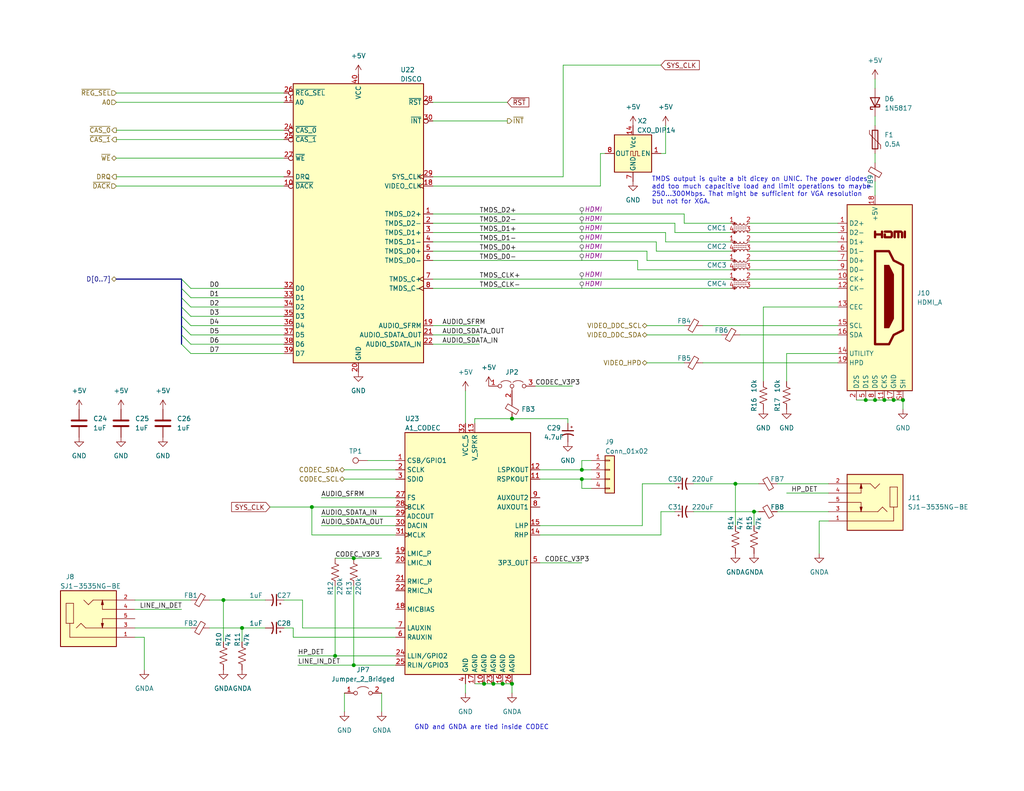
<source format=kicad_sch>
(kicad_sch (version 20231120) (generator "eeschema") (generator_version "8.0")
  (paper "A")
  (title_block (title "Anachron uATX Graphics and Audio") (date "2024-02-07") (company "Modular Circuits"))
  (lib_symbols
    (symbol "Connector:HDMI_A"
      (property "Reference" "J" (at -6.35 26.67 0))
      (property "Value" "HDMI_A" (at 10.16 26.67 0))
      (symbol "HDMI_A_1_1"
        (pin passive line (at -10.16 20.32 0) (length 2.54) (name "D2+") (number "1"))
        (pin passive line (at -10.16 5.08 0) (length 2.54) (name "CK+") (number "10"))
        (pin power_in line (at 2.54 -27.94 90) (length 2.54) (name "CKS") (number "11"))
        (pin passive line (at -10.16 2.54 0) (length 2.54) (name "CK-") (number "12"))
        (pin bidirectional line (at -10.16 -2.54 0) (length 2.54) (name "CEC") (number "13"))
        (pin passive line (at -10.16 -15.24 0) (length 2.54) (name "UTILITY") (number "14"))
        (pin passive line (at -10.16 -7.62 0) (length 2.54) (name "SCL") (number "15"))
        (pin bidirectional line (at -10.16 -10.16 0) (length 2.54) (name "SDA") (number "16"))
        (pin power_in line (at 5.08 -27.94 90) (length 2.54) (name "GND") (number "17"))
        (pin power_in line (at 0 27.94 270) (length 2.54) (name "+5V") (number "18"))
        (pin passive line (at -10.16 -17.78 0) (length 2.54) (name "HPD") (number "19"))
        (pin power_in line (at -5.08 -27.94 90) (length 2.54) (name "D2S") (number "2"))
        (pin passive line (at -10.16 17.78 0) (length 2.54) (name "D2-") (number "3"))
        (pin passive line (at -10.16 15.24 0) (length 2.54) (name "D1+") (number "4"))
        (pin power_in line (at -2.54 -27.94 90) (length 2.54) (name "D1S") (number "5"))
        (pin passive line (at -10.16 12.7 0) (length 2.54) (name "D1-") (number "6"))
        (pin passive line (at -10.16 10.16 0) (length 2.54) (name "D0+") (number "7"))
        (pin power_in line (at 0 -27.94 90) (length 2.54) (name "D0S") (number "8"))
        (pin passive line (at -10.16 7.62 0) (length 2.54) (name "D0-") (number "9"))
        (pin passive line (at 7.62 -27.94 90) (length 2.54) (name "SH") (number "SH"))
      )
    )
    (symbol "Connector:TestPoint" (pin_numbers hide) (pin_names (offset 0.762) hide)
      (property "Reference" "TP" (at 0 6.858 0))
      (property "Value" "TestPoint" (at 0 5.08 0))
      (symbol "TestPoint_1_1"
        (pin passive line (at 0 0 90) (length 2.54) (name "1") (number "1"))
      )
    )
    (symbol "Connector_Generic:Conn_01x04" (pin_names (offset 1.016) hide)
      (property "Reference" "J" (at 0 5.08 0))
      (property "Value" "Conn_01x04" (at 0 -7.62 0))
      (symbol "Conn_01x04_1_1"
        (pin passive line (at -5.08 2.54 0) (length 3.81) (name "Pin_1") (number "1"))
        (pin passive line (at -5.08 0 0) (length 3.81) (name "Pin_2") (number "2"))
        (pin passive line (at -5.08 -2.54 0) (length 3.81) (name "Pin_3") (number "3"))
        (pin passive line (at -5.08 -5.08 0) (length 3.81) (name "Pin_4") (number "4"))
      )
    )
    (symbol "Device:C" (pin_numbers hide) (pin_names (offset 0.254))
      (property "Reference" "C" (at 0.635 2.54 0))
      (property "Value" "C" (at 0.635 -2.54 0))
      (symbol "C_1_1"
        (pin passive line (at 0 3.81 270) (length 2.794) (name "~") (number "1"))
        (pin passive line (at 0 -3.81 90) (length 2.794) (name "~") (number "2"))
      )
    )
    (symbol "Device:C_Polarized_Small_US" (pin_numbers hide) (pin_names (offset 0.254) hide)
      (property "Reference" "C" (at 0.254 1.778 0))
      (property "Value" "C_Polarized_Small_US" (at 0.254 -2.032 0))
      (symbol "C_Polarized_Small_US_1_1"
        (pin passive line (at 0 2.54 270) (length 2.032) (name "~") (number "1"))
        (pin passive line (at 0 -2.54 90) (length 2.032) (name "~") (number "2"))
      )
    )
    (symbol "Device:FerriteBead_Small" (pin_numbers hide) (pin_names (offset 0))
      (property "Reference" "FB" (at 1.905 1.27 0))
      (property "Value" "FerriteBead_Small" (at 1.905 -1.27 0))
      (symbol "FerriteBead_Small_1_1"
        (pin passive line (at 0 2.54 270) (length 1.27) (name "~") (number "1"))
        (pin passive line (at 0 -2.54 90) (length 1.27) (name "~") (number "2"))
      )
    )
    (symbol "Device:L_Ferrite_Coupled_Small_1243" (pin_names (offset 0.254) hide)
      (property "Reference" "L" (at 0 3.175 0))
      (property "Value" "L_Ferrite_Coupled_Small_1243" (at 0 -3.175 0))
      (symbol "L_Ferrite_Coupled_Small_1243_1_1"
        (pin passive line (at -2.54 1.27 0) (length 0.508) (name "1") (number "1"))
        (pin passive line (at 2.54 1.27 180) (length 0.508) (name "2") (number "2"))
        (pin passive line (at 2.54 -1.27 180) (length 0.508) (name "3") (number "3"))
        (pin passive line (at -2.54 -1.27 0) (length 0.508) (name "4") (number "4"))
      )
    )
    (symbol "Device:Polyfuse" (pin_numbers hide) (pin_names (offset 0))
      (property "Reference" "F" (at -2.54 0 90))
      (property "Value" "Polyfuse" (at 2.54 0 90))
      (symbol "Polyfuse_1_1"
        (pin passive line (at 0 3.81 270) (length 1.27) (name "~") (number "1"))
        (pin passive line (at 0 -3.81 90) (length 1.27) (name "~") (number "2"))
      )
    )
    (symbol "Device:R_US" (pin_numbers hide) (pin_names (offset 0))
      (property "Reference" "R" (at 2.54 0 90))
      (property "Value" "R_US" (at -2.54 0 90))
      (symbol "R_US_1_1"
        (pin passive line (at 0 3.81 270) (length 1.27) (name "~") (number "1"))
        (pin passive line (at 0 -3.81 90) (length 1.27) (name "~") (number "2"))
      )
    )
    (symbol "Diode:1N5817" (pin_numbers hide) (pin_names (offset 1.016) hide)
      (property "Reference" "D" (at 0 2.54 0))
      (property "Value" "1N5817" (at 0 -2.54 0))
      (symbol "1N5817_1_1"
        (pin passive line (at -3.81 0 0) (length 2.54) (name "K") (number "1"))
        (pin passive line (at 3.81 0 180) (length 2.54) (name "A") (number "2"))
      )
    )
    (symbol "Jumper:Jumper_2_Open" (pin_names (offset 0) hide)
      (property "Reference" "JP" (at 0 2.794 0))
      (property "Value" "Jumper_2_Open" (at 0 -2.286 0))
      (symbol "Jumper_2_Open_1_1"
        (pin passive line (at -5.08 0 0) (length 2.54) (name "A") (number "1"))
        (pin passive line (at 5.08 0 180) (length 2.54) (name "B") (number "2"))
      )
    )
    (symbol "Jumper:Jumper_3_Open" (pin_names (offset 0) hide)
      (property "Reference" "JP" (at -2.54 -2.54 0))
      (property "Value" "Jumper_3_Open" (at 0 2.794 0))
      (symbol "Jumper_3_Open_1_1"
        (pin passive line (at -6.35 0 0) (length 2.54) (name "A") (number "1"))
        (pin passive line (at 0 -3.81 90) (length 2.54) (name "C") (number "2"))
        (pin passive line (at 6.35 0 180) (length 2.54) (name "B") (number "3"))
      )
    )
    (symbol "Oscillator:CXO_DIP14" (pin_names (offset 0.254))
      (property "Reference" "X" (at -5.08 6.35 0))
      (property "Value" "CXO_DIP14" (at 1.27 -6.35 0))
      (symbol "CXO_DIP14_1_1"
        (pin input line (at -7.62 0 0) (length 2.54) (name "EN") (number "1"))
        (pin power_in line (at 0 7.62 270) (length 2.54) (name "Vcc") (number "14"))
        (pin power_in line (at 0 -7.62 90) (length 2.54) (name "GND") (number "7"))
        (pin output line (at 7.62 0 180) (length 2.54) (name "OUT") (number "8"))
      )
    )
    (symbol "anachron:A1_CODEC"
      (property "Reference" "U" (at 1.27 36.83 0))
      (property "Value" "A1_CODEC" (at 5.08 34.29 0))
      (symbol "A1_CODEC_0_0"
        (pin power_in line (at 21.59 -35.56 90) (length 2.54) (name "AGND") (number "10"))
        (pin output line (at 36.83 20.32 180) (length 2.54) (name "RSPKOUT") (number "11"))
        (pin output line (at 36.83 22.86 180) (length 2.54) (name "LSPKOUT") (number "12"))
        (pin power_in line (at 19.05 35.56 270) (length 2.54) (name "V_SPKR") (number "13"))
        (pin output line (at 36.83 5.08 180) (length 2.54) (name "RHP") (number "14"))
        (pin output line (at 36.83 7.62 180) (length 2.54) (name "LHP") (number "15"))
        (pin power_in line (at 19.05 -35.56 90) (length 2.54) (name "AGND") (number "17"))
        (pin output line (at -2.54 -15.24 0) (length 2.54) (name "MICBIAS") (number "18"))
        (pin input line (at -2.54 0 0) (length 2.54) (name "LMIC_P") (number "19"))
        (pin bidirectional line (at -2.54 22.86 0) (length 2.54) (name "SCLK") (number "2"))
        (pin input line (at -2.54 -2.54 0) (length 2.54) (name "LMIC_N") (number "20"))
        (pin input line (at -2.54 -7.62 0) (length 2.54) (name "RMIC_P") (number "21"))
        (pin input line (at -2.54 -10.16 0) (length 2.54) (name "RMIC_N") (number "22"))
        (pin power_in line (at 24.13 -35.56 90) (length 2.54) (name "AGND") (number "23"))
        (pin bidirectional line (at -2.54 -27.94 0) (length 2.54) (name "LLIN/GPIO2") (number "24"))
        (pin bidirectional line (at -2.54 -30.48 0) (length 2.54) (name "RLIN/GPIO3") (number "25"))
        (pin bidirectional line (at -2.54 15.24 0) (length 2.54) (name "FS") (number "27"))
        (pin output line (at -2.54 10.16 0) (length 2.54) (name "ADCOUT") (number "29"))
        (pin bidirectional line (at -2.54 20.32 0) (length 2.54) (name "SDIO") (number "3"))
        (pin input line (at -2.54 7.62 0) (length 2.54) (name "DACIN") (number "30"))
        (pin power_in line (at 16.51 35.56 270) (length 2.54) (name "VCC_5") (number "32"))
        (pin power_in line (at 16.51 -35.56 90) (length 2.54) (name "GND") (number "4"))
        (pin power_out line (at 36.83 -2.54 180) (length 2.54) (name "3P3_OUT") (number "5"))
        (pin tri_state line (at -2.54 -22.86 0) (length 2.54) (name "RAUXIN") (number "6"))
        (pin input line (at -2.54 -20.32 0) (length 2.54) (name "LAUXIN") (number "7"))
        (pin output line (at 36.83 12.7 180) (length 2.54) (name "AUXOUT1") (number "8"))
        (pin output line (at 36.83 15.24 180) (length 2.54) (name "AUXOUT2") (number "9"))
      )
      (symbol "A1_CODEC_1_0"
        (pin bidirectional line (at -2.54 25.4 0) (length 2.54) (name "CSB/GPIO1") (number "1"))
        (pin power_in line (at 26.67 -35.56 90) (length 2.54) (name "AGND") (number "16"))
        (pin power_in line (at 29.21 -35.56 90) (length 2.54) (name "AGND") (number "26"))
        (pin bidirectional clock (at -2.54 12.7 0) (length 2.54) (name "BCLK") (number "28"))
        (pin input clock (at -2.54 5.08 0) (length 2.54) (name "MCLK") (number "31"))
      )
    )
    (symbol "anachron:SJ1-3535NG-BE" (pin_names (offset 1.016))
      (property "Reference" "J" (at -7.6326 8.1414 0))
      (property "Value" "SJ1-3535NG-BE" (at -7.6323 -10.4308 0))
      (symbol "SJ1-3535NG-BE_0_0"
        (pin passive line (at 12.7 5.08 180) (length 5.08) (name "~") (number "1"))
        (pin passive line (at 12.7 -5.08 180) (length 5.08) (name "~") (number "2"))
        (pin passive line (at 12.7 2.54 180) (length 5.08) (name "~") (number "3"))
        (pin passive line (at 12.7 -2.54 180) (length 5.08) (name "~") (number "4"))
        (pin passive line (at 12.7 0 180) (length 5.08) (name "~") (number "5"))
      )
    )
    (symbol "anachron:disco_le"
      (property "Reference" "U" (at 16.764 36.576 0))
      (property "Value" "DISCO LE" (at -17.78 35.56 0))
      (symbol "disco_le_0_0"
        (pin output line (at 20.32 0 180) (length 2.54) (name "TMDS_D2+") (number "1"))
        (pin output line (at 20.32 -2.54 180) (length 2.54) (name "TMDS_D2-") (number "2"))
        (pin power_in line (at 0 -43.18 90) (length 2.54) (name "GND") (number "20"))
        (pin input line (at 20.32 -35.56 180) (length 2.54) (name "AUDIO_SDATA_IN") (number "22"))
        (pin output line (at 20.32 -5.08 180) (length 2.54) (name "TMDS_D1+") (number "3"))
        (pin open_collector inverted (at 20.32 25.4 180) (length 2.54) (name "~{INT}") (number "30"))
        (pin bidirectional line (at -20.32 -20.32 0) (length 2.54) (name "D0") (number "32"))
        (pin bidirectional line (at -20.32 -22.86 0) (length 2.54) (name "D1") (number "33"))
        (pin bidirectional line (at -20.32 -25.4 0) (length 2.54) (name "D2") (number "34"))
        (pin bidirectional line (at -20.32 -27.94 0) (length 2.54) (name "D3") (number "35"))
        (pin bidirectional line (at -20.32 -30.48 0) (length 2.54) (name "D4") (number "36"))
        (pin bidirectional line (at -20.32 -33.02 0) (length 2.54) (name "D5") (number "37"))
        (pin bidirectional line (at -20.32 -35.56 0) (length 2.54) (name "D6") (number "38"))
        (pin bidirectional line (at -20.32 -38.1 0) (length 2.54) (name "D7") (number "39"))
        (pin output line (at 20.32 -7.62 180) (length 2.54) (name "TMDS_D1-") (number "4"))
        (pin power_in line (at 0 38.1 270) (length 2.54) (name "VCC") (number "40"))
        (pin output line (at 20.32 -10.16 180) (length 2.54) (name "TMDS_D0+") (number "5"))
        (pin output line (at 20.32 -12.7 180) (length 2.54) (name "TMDS_D0-") (number "6"))
      )
      (symbol "disco_le_1_0"
        (pin input inverted (at -20.32 7.62 0) (length 2.54) (name "~{DACK}") (number "10"))
        (pin output line (at -20.32 30.48 0) (length 2.54) (name "A0") (number "11"))
        (pin input clock (at 20.32 7.62 180) (length 2.54) (name "VIDEO_CLK") (number "18"))
        (pin output line (at 20.32 -30.48 180) (length 2.54) (name "AUDIO_SFRM") (number "19"))
        (pin power_in line (at 20.32 -33.02 180) (length 2.54) (name "AUDIO_SDATA_OUT") (number "21"))
        (pin input inverted (at -20.32 22.86 0) (length 2.54) (name "~{CAS_0}") (number "24"))
        (pin output inverted (at -20.32 20.32 0) (length 2.54) (name "~{CAS_1}") (number "25"))
        (pin input inverted (at -20.32 33.02 0) (length 2.54) (name "~{REG_SEL}") (number "26"))
        (pin bidirectional inverted (at -20.32 15.24 0) (length 2.54) (name "~{WE}") (number "27"))
        (pin input inverted (at 20.32 30.48 180) (length 2.54) (name "~{RST}") (number "28"))
        (pin input clock (at 20.32 10.16 180) (length 2.54) (name "SYS_CLK") (number "29"))
        (pin output clock (at 20.32 -17.78 180) (length 2.54) (name "TMDS_C+") (number "7"))
        (pin output clock (at 20.32 -20.32 180) (length 2.54) (name "TMDS_C-") (number "8"))
        (pin output line (at -20.32 10.16 0) (length 2.54) (name "DRQ") (number "9"))
      )
    )
    (symbol "power:+5V" (power) (pin_names (offset 0))
      (property "Value" "+5V" (at 0 3.556 0))
      (symbol "+5V_1_1"
        (pin power_in line (at 0 0 90) (length 0) hide (name "+5V") (number "1"))
      )
    )
    (symbol "power:GND" (power) (pin_names (offset 0))
      (property "Value" "GND" (at 0 -3.81 0))
      (symbol "GND_1_1"
        (pin power_in line (at 0 0 270) (length 0) hide (name "GND") (number "1"))
      )
    )
    (symbol "power:GNDA" (power) (pin_names (offset 0))
      (property "Value" "GNDA" (at 0 -3.81 0))
      (symbol "GNDA_1_1"
        (pin power_in line (at 0 0 270) (length 0) hide (name "GNDA") (number "1"))
      )
    )
  )
  (junction (at 246.38 109.22))
  (junction (at 96.52 181.61))
  (junction (at 96.52 152.4))
  (junction (at 139.7 186.69))
  (junction (at 66.04 171.45))
  (junction (at 158.75 130.81))
  (junction (at 91.44 179.07))
  (junction (at 132.08 186.69))
  (junction (at 200.66 132.08))
  (junction (at 241.3 109.22))
  (junction (at 158.75 128.27))
  (junction (at 139.7 114.3))
  (junction (at 60.96 163.83))
  (junction (at 205.74 139.7))
  (junction (at 85.09 138.43))
  (junction (at 236.22 109.22))
  (junction (at 243.84 109.22))
  (junction (at 134.62 186.69))
  (junction (at 238.76 109.22))
  (junction (at 137.16 186.69))
  (bus_entry (at 52.07 86.36) (size -2.54 -2.54))
  (bus_entry (at 52.07 88.9) (size -2.54 -2.54))
  (bus_entry (at 52.07 78.74) (size -2.54 -2.54))
  (bus_entry (at 52.07 81.28) (size -2.54 -2.54))
  (bus_entry (at 52.07 91.44) (size -2.54 -2.54))
  (bus_entry (at 52.07 96.52) (size -2.54 -2.54))
  (bus_entry (at 52.07 83.82) (size -2.54 -2.54))
  (bus_entry (at 52.07 93.98) (size -2.54 -2.54))
  (wire (pts (xy 93.98 189.23) (xy 93.98 194.31)))
  (wire (pts (xy 52.07 93.98) (xy 77.47 93.98)))
  (wire (pts (xy 91.44 179.07) (xy 107.95 179.07)))
  (wire (pts (xy 60.96 175.26) (xy 60.96 163.83)))
  (wire (pts (xy 52.07 163.83) (xy 36.83 163.83)))
  (wire (pts (xy 236.22 109.22) (xy 238.76 109.22)))
  (wire (pts (xy 129.54 114.3) (xy 139.7 114.3)))
  (wire (pts (xy 226.06 142.24) (xy 223.52 142.24)))
  (wire (pts (xy 181.61 66.04) (xy 199.39 66.04)))
  (wire (pts (xy 139.7 114.3) (xy 154.94 114.3)))
  (wire (pts (xy 77.47 171.45) (xy 80.01 171.45)))
  (wire (pts (xy 85.09 146.05) (xy 85.09 138.43)))
  (wire (pts (xy 200.66 143.51) (xy 200.66 132.08)))
  (wire (pts (xy 96.52 160.02) (xy 96.52 181.61)))
  (wire (pts (xy 87.63 140.97) (xy 107.95 140.97)))
  (bus (pts (xy 49.53 91.44) (xy 49.53 88.9)))
  (wire (pts (xy 205.74 139.7) (xy 205.74 143.51)))
  (wire (pts (xy 158.75 130.81) (xy 158.75 133.35)))
  (wire (pts (xy 154.94 114.3) (xy 154.94 115.57)))
  (wire (pts (xy 118.11 76.2) (xy 199.39 76.2)))
  (wire (pts (xy 91.44 152.4) (xy 96.52 152.4)))
  (wire (pts (xy 31.75 35.56) (xy 77.47 35.56)))
  (wire (pts (xy 161.29 128.27) (xy 158.75 128.27)))
  (wire (pts (xy 238.76 49.53) (xy 238.76 53.34)))
  (wire (pts (xy 147.32 153.67) (xy 158.75 153.67)))
  (wire (pts (xy 96.52 152.4) (xy 104.14 152.4)))
  (wire (pts (xy 118.11 91.44) (xy 130.81 91.44)))
  (wire (pts (xy 127 106.68) (xy 127 115.57)))
  (wire (pts (xy 52.07 81.28) (xy 77.47 81.28)))
  (wire (pts (xy 238.76 109.22) (xy 241.3 109.22)))
  (wire (pts (xy 85.09 146.05) (xy 107.95 146.05)))
  (wire (pts (xy 52.07 96.52) (xy 77.47 96.52)))
  (wire (pts (xy 118.11 60.96) (xy 184.15 60.96)))
  (wire (pts (xy 186.69 60.96) (xy 199.39 60.96)))
  (wire (pts (xy 176.53 91.44) (xy 196.85 91.44)))
  (wire (pts (xy 179.07 68.58) (xy 199.39 68.58)))
  (wire (pts (xy 52.07 83.82) (xy 77.47 83.82)))
  (wire (pts (xy 161.29 130.81) (xy 158.75 130.81)))
  (wire (pts (xy 158.75 128.27) (xy 147.32 128.27)))
  (bus (pts (xy 49.53 83.82) (xy 49.53 81.28)))
  (wire (pts (xy 226.06 139.7) (xy 212.09 139.7)))
  (wire (pts (xy 91.44 160.02) (xy 91.44 179.07)))
  (wire (pts (xy 81.28 181.61) (xy 96.52 181.61)))
  (wire (pts (xy 238.76 41.91) (xy 238.76 44.45)))
  (wire (pts (xy 184.15 63.5) (xy 199.39 63.5)))
  (wire (pts (xy 127 186.69) (xy 127 189.23)))
  (wire (pts (xy 66.04 171.45) (xy 72.39 171.45)))
  (wire (pts (xy 60.96 163.83) (xy 57.15 163.83)))
  (wire (pts (xy 87.63 143.51) (xy 107.95 143.51)))
  (wire (pts (xy 80.01 173.99) (xy 107.95 173.99)))
  (wire (pts (xy 36.83 171.45) (xy 52.07 171.45)))
  (wire (pts (xy 180.34 139.7) (xy 180.34 146.05)))
  (wire (pts (xy 118.11 63.5) (xy 181.61 63.5)))
  (wire (pts (xy 118.11 27.94) (xy 138.43 27.94)))
  (wire (pts (xy 181.61 66.04) (xy 181.61 63.5)))
  (wire (pts (xy 137.16 186.69) (xy 139.7 186.69)))
  (wire (pts (xy 243.84 109.22) (xy 246.38 109.22)))
  (wire (pts (xy 118.11 93.98) (xy 130.81 93.98)))
  (wire (pts (xy 173.99 73.66) (xy 173.99 71.12)))
  (wire (pts (xy 72.39 163.83) (xy 60.96 163.83)))
  (wire (pts (xy 184.15 63.5) (xy 184.15 60.96)))
  (wire (pts (xy 214.63 134.62) (xy 226.06 134.62)))
  (wire (pts (xy 208.28 83.82) (xy 228.6 83.82)))
  (wire (pts (xy 31.75 50.8) (xy 77.47 50.8)))
  (wire (pts (xy 87.63 135.89) (xy 107.95 135.89)))
  (bus (pts (xy 49.53 78.74) (xy 49.53 76.2)))
  (wire (pts (xy 204.47 71.12) (xy 228.6 71.12)))
  (wire (pts (xy 104.14 189.23) (xy 104.14 194.31)))
  (wire (pts (xy 82.55 171.45) (xy 82.55 163.83)))
  (wire (pts (xy 52.07 86.36) (xy 77.47 86.36)))
  (wire (pts (xy 118.11 66.04) (xy 179.07 66.04)))
  (wire (pts (xy 241.3 109.22) (xy 243.84 109.22)))
  (wire (pts (xy 175.26 132.08) (xy 184.15 132.08)))
  (wire (pts (xy 31.75 25.4) (xy 77.47 25.4)))
  (wire (pts (xy 39.37 173.99) (xy 39.37 182.88)))
  (wire (pts (xy 223.52 142.24) (xy 223.52 151.13)))
  (bus (pts (xy 31.75 76.2) (xy 49.53 76.2)))
  (wire (pts (xy 158.75 130.81) (xy 147.32 130.81)))
  (wire (pts (xy 80.01 171.45) (xy 80.01 173.99)))
  (wire (pts (xy 180.34 17.78) (xy 153.67 17.78)))
  (wire (pts (xy 214.63 96.52) (xy 228.6 96.52)))
  (wire (pts (xy 93.98 130.81) (xy 107.95 130.81)))
  (wire (pts (xy 36.83 166.37) (xy 49.53 166.37)))
  (wire (pts (xy 161.29 125.73) (xy 158.75 125.73)))
  (wire (pts (xy 134.62 186.69) (xy 137.16 186.69)))
  (wire (pts (xy 146.05 105.41) (xy 156.21 105.41)))
  (wire (pts (xy 52.07 91.44) (xy 77.47 91.44)))
  (wire (pts (xy 191.77 99.06) (xy 228.6 99.06)))
  (wire (pts (xy 118.11 71.12) (xy 173.99 71.12)))
  (wire (pts (xy 173.99 73.66) (xy 199.39 73.66)))
  (wire (pts (xy 176.53 71.12) (xy 199.39 71.12)))
  (wire (pts (xy 57.15 171.45) (xy 66.04 171.45)))
  (bus (pts (xy 49.53 86.36) (xy 49.53 83.82)))
  (wire (pts (xy 31.75 27.94) (xy 77.47 27.94)))
  (wire (pts (xy 181.61 34.29) (xy 181.61 41.91)))
  (wire (pts (xy 118.11 58.42) (xy 186.69 58.42)))
  (wire (pts (xy 214.63 104.14) (xy 214.63 96.52)))
  (wire (pts (xy 163.83 41.91) (xy 163.83 50.8)))
  (wire (pts (xy 96.52 181.61) (xy 107.95 181.61)))
  (wire (pts (xy 52.07 88.9) (xy 77.47 88.9)))
  (wire (pts (xy 36.83 173.99) (xy 39.37 173.99)))
  (wire (pts (xy 233.68 109.22) (xy 236.22 109.22)))
  (wire (pts (xy 163.83 50.8) (xy 118.11 50.8)))
  (wire (pts (xy 204.47 66.04) (xy 228.6 66.04)))
  (wire (pts (xy 180.34 41.91) (xy 181.61 41.91)))
  (wire (pts (xy 66.04 171.45) (xy 66.04 175.26)))
  (wire (pts (xy 204.47 76.2) (xy 228.6 76.2)))
  (wire (pts (xy 212.09 132.08) (xy 226.06 132.08)))
  (wire (pts (xy 153.67 17.78) (xy 153.67 48.26)))
  (wire (pts (xy 176.53 88.9) (xy 186.69 88.9)))
  (wire (pts (xy 100.33 125.73) (xy 107.95 125.73)))
  (wire (pts (xy 189.23 132.08) (xy 200.66 132.08)))
  (wire (pts (xy 107.95 171.45) (xy 82.55 171.45)))
  (wire (pts (xy 208.28 104.14) (xy 208.28 83.82)))
  (wire (pts (xy 93.98 128.27) (xy 107.95 128.27)))
  (wire (pts (xy 204.47 63.5) (xy 228.6 63.5)))
  (wire (pts (xy 191.77 88.9) (xy 228.6 88.9)))
  (wire (pts (xy 163.83 41.91) (xy 165.1 41.91)))
  (wire (pts (xy 132.08 186.69) (xy 134.62 186.69)))
  (wire (pts (xy 81.28 179.07) (xy 91.44 179.07)))
  (wire (pts (xy 176.53 99.06) (xy 186.69 99.06)))
  (bus (pts (xy 49.53 81.28) (xy 49.53 78.74)))
  (wire (pts (xy 204.47 60.96) (xy 228.6 60.96)))
  (wire (pts (xy 118.11 68.58) (xy 176.53 68.58)))
  (wire (pts (xy 180.34 139.7) (xy 184.15 139.7)))
  (wire (pts (xy 246.38 109.22) (xy 246.38 111.76)))
  (wire (pts (xy 161.29 133.35) (xy 158.75 133.35)))
  (wire (pts (xy 176.53 71.12) (xy 176.53 68.58)))
  (wire (pts (xy 204.47 78.74) (xy 228.6 78.74)))
  (wire (pts (xy 158.75 125.73) (xy 158.75 128.27)))
  (wire (pts (xy 73.66 138.43) (xy 85.09 138.43)))
  (bus (pts (xy 49.53 93.98) (xy 49.53 91.44)))
  (wire (pts (xy 201.93 91.44) (xy 228.6 91.44)))
  (wire (pts (xy 52.07 78.74) (xy 77.47 78.74)))
  (wire (pts (xy 207.01 139.7) (xy 205.74 139.7)))
  (wire (pts (xy 129.54 114.3) (xy 129.54 115.57)))
  (wire (pts (xy 204.47 73.66) (xy 228.6 73.66)))
  (wire (pts (xy 175.26 143.51) (xy 147.32 143.51)))
  (wire (pts (xy 175.26 132.08) (xy 175.26 143.51)))
  (wire (pts (xy 82.55 163.83) (xy 77.47 163.83)))
  (wire (pts (xy 118.11 78.74) (xy 199.39 78.74)))
  (wire (pts (xy 204.47 68.58) (xy 228.6 68.58)))
  (bus (pts (xy 49.53 88.9) (xy 49.53 86.36)))
  (wire (pts (xy 31.75 38.1) (xy 77.47 38.1)))
  (wire (pts (xy 31.75 48.26) (xy 77.47 48.26)))
  (wire (pts (xy 118.11 88.9) (xy 130.81 88.9)))
  (wire (pts (xy 31.75 43.18) (xy 77.47 43.18)))
  (wire (pts (xy 153.67 48.26) (xy 118.11 48.26)))
  (wire (pts (xy 85.09 138.43) (xy 107.95 138.43)))
  (wire (pts (xy 180.34 146.05) (xy 147.32 146.05)))
  (wire (pts (xy 179.07 68.58) (xy 179.07 66.04)))
  (wire (pts (xy 139.7 186.69) (xy 139.7 189.23)))
  (wire (pts (xy 118.11 33.02) (xy 138.43 33.02)))
  (wire (pts (xy 189.23 139.7) (xy 205.74 139.7)))
  (wire (pts (xy 200.66 132.08) (xy 207.01 132.08)))
  (wire (pts (xy 238.76 31.75) (xy 238.76 34.29)))
  (wire (pts (xy 129.54 186.69) (xy 132.08 186.69)))
  (wire (pts (xy 238.76 21.59) (xy 238.76 24.13)))
  (wire (pts (xy 186.69 60.96) (xy 186.69 58.42)))
  (text "TMDS output is quite a bit dicey on UNIC. The power diodes\nadd too much capacitive load and limit operations to maybe\n250...300Mbps. That might be sufficient for VGA resolution\nbut not for XGA." (at 177.8 55.88 0) (effects (font (size 1.27 1.27)) (justify left bottom)))
  (text "GND and GNDA are tied inside CODEC" (at 113.03 199.39 0) (effects (font (size 1.27 1.27)) (justify left bottom)))
  (label "TMDS_CLK+" (at 130.81 76.2 0))
  (label "CODEC_V3P3" (at 91.44 152.4 0))
  (label "D6" (at 57.15 93.98 0))
  (label "AUDIO_SDATA_OUT" (at 120.65 91.44 0))
  (label "TMDS_D0-" (at 130.81 71.12 0))
  (label "AUDIO_SFRM" (at 87.63 135.89 0))
  (label "TMDS_CLK-" (at 130.81 78.74 0))
  (label "D7" (at 57.15 96.52 0))
  (label "D1" (at 57.15 81.28 0))
  (label "D2" (at 57.15 83.82 0))
  (label "AUDIO_SFRM" (at 120.65 88.9 0))
  (label "TMDS_D2+" (at 130.81 58.42 0))
  (label "AUDIO_SDATA_IN" (at 120.65 93.98 0))
  (label "HP_DET" (at 215.9 134.62 0))
  (label "HP_DET" (at 81.28 179.07 0))
  (label "D3" (at 57.15 86.36 0))
  (label "TMDS_D2-" (at 130.81 60.96 0))
  (label "AUDIO_SDATA_IN" (at 87.63 140.97 0))
  (label "TMDS_D1+" (at 130.81 63.5 0))
  (label "LINE_IN_DET" (at 81.28 181.61 0))
  (label "TMDS_D1-" (at 130.81 66.04 0))
  (label "CODEC_V3P3" (at 146.05 105.41 0))
  (label "D0" (at 57.15 78.74 0))
  (label "D5" (at 57.15 91.44 0))
  (label "TMDS_D0+" (at 130.81 68.58 0))
  (label "AUDIO_SDATA_OUT" (at 87.63 143.51 0))
  (label "CODEC_V3P3" (at 148.59 153.67 0))
  (label "LINE_IN_DET" (at 38.1 166.37 0))
  (label "D4" (at 57.15 88.9 0))
  (global_label "SYS_CLK" (shape input) (at 180.34 17.78 0) (property "Intersheetrefs" "${INTERSHEET_REFS}" (effects (hide yes))))
  (global_label "~{RST}" (shape input) (at 138.43 27.94 0) (property "Intersheetrefs" "${INTERSHEET_REFS}" (effects (hide yes))))
  (global_label "SYS_CLK" (shape input) (at 73.66 138.43 180) (property "Intersheetrefs" "${INTERSHEET_REFS}" (effects (hide yes))))
  (hierarchical_label "VIDEO_HPD" (shape bidirectional) (at 176.53 99.06 180))
  (hierarchical_label "~{REG_SEL}" (shape input) (at 31.75 25.4 180))
  (hierarchical_label "~{DACK}" (shape input) (at 31.75 50.8 180))
  (hierarchical_label "VIDEO_DDC_SCL" (shape bidirectional) (at 176.53 88.9 180))
  (hierarchical_label "CODEC_SCL" (shape bidirectional) (at 93.98 130.81 180))
  (hierarchical_label "DRQ" (shape output) (at 31.75 48.26 180))
  (hierarchical_label "~{WE}" (shape bidirectional) (at 31.75 43.18 180))
  (hierarchical_label "~{INT}" (shape output) (at 138.43 33.02 0))
  (hierarchical_label "~{CAS_0}" (shape output) (at 31.75 35.56 180))
  (hierarchical_label "CODEC_SDA" (shape bidirectional) (at 93.98 128.27 180))
  (hierarchical_label "~{CAS_1}" (shape output) (at 31.75 38.1 180))
  (hierarchical_label "VIDEO_DDC_SDA" (shape bidirectional) (at 176.53 91.44 180))
  (hierarchical_label "D[0..7]" (shape bidirectional) (at 31.75 76.2 180))
  (hierarchical_label "A0" (shape input) (at 31.75 27.94 180))
  (netclass_flag "" (length 1.27) (shape round) (at 158.75 60.96 0) (property "Netclass" "HDMI" (at 159.4485 59.69 0) (effects (font (italic yes)) (justify left))))
  (netclass_flag "" (length 1.27) (shape round) (at 158.75 66.04 0) (property "Netclass" "HDMI" (at 159.4485 64.77 0) (effects (font (italic yes)) (justify left))))
  (netclass_flag "" (length 1.27) (shape round) (at 158.75 76.2 0) (property "Netclass" "HDMI" (at 159.4485 74.93 0) (effects (font (italic yes)) (justify left))))
  (netclass_flag "" (length 1.27) (shape round) (at 158.75 71.12 0) (property "Netclass" "HDMI" (at 159.4485 69.85 0) (effects (font (italic yes)) (justify left))))
  (netclass_flag "" (length 1.27) (shape round) (at 158.75 68.58 0) (property "Netclass" "HDMI" (at 159.4485 67.31 0) (effects (font (italic yes)) (justify left))))
  (netclass_flag "" (length 1.27) (shape round) (at 158.75 63.5 0) (property "Netclass" "HDMI" (at 159.4485 62.23 0) (effects (font (italic yes)) (justify left))))
  (netclass_flag "" (length 1.27) (shape round) (at 158.75 58.42 0) (property "Netclass" "HDMI" (at 159.4485 57.15 0) (effects (font (italic yes)) (justify left))))
  (netclass_flag "" (length 1.27) (shape round) (at 158.75 78.74 0) (property "Netclass" "HDMI" (at 159.4485 77.47 0) (effects (font (italic yes)) (justify left))))
  (symbol (lib_id "power:+5V") (at 33.02 111.76 0) (unit 1)
    (property "Reference" "#PWR0129" (effects (hide yes)))
    (property "Value" "+5V" (at 33.02 106.68 0))
  )
  (symbol (lib_id "Device:L_Ferrite_Coupled_Small_1243") (at 201.93 77.47 0) (unit 1)
    (property "Reference" "CMC4" (at 195.58 77.47 0))
    (property "Value" "L_Ferrite_Coupled_Small" (effects (hide yes)))
    (property "Footprint" "anachron:SCM2012FS" (effects (hide yes)))
    (property "mpf#" "SCM2012FS751MDG" (effects (hide yes)))
  )
  (symbol (lib_id "power:+5V") (at 133.35 105.41 0) (unit 1)
    (property "Reference" "#PWR0140" (effects (hide yes)))
    (property "Value" "+5V" (at 133.35 100.33 0))
  )
  (symbol (lib_id "power:GND") (at 33.02 119.38 0) (unit 1)
    (property "Reference" "#PWR0130" (effects (hide yes)))
    (property "Value" "GND" (at 33.02 124.46 0))
  )
  (symbol (lib_id "Device:R_US") (at 205.74 147.32 0) (unit 1)
    (property "Reference" "R15" (at 204.47 144.78 90) (effects (justify left)))
    (property "Value" "47k" (at 207.01 144.78 90) (effects (justify left)))
    (property "Footprint" "Resistor_THT:R_Axial_DIN0204_L3.6mm_D1.6mm_P5.08mm_Horizontal" (effects (hide yes)))
  )
  (symbol (lib_id "power:+5V") (at 238.76 21.59 0) (unit 1)
    (property "Reference" "#PWR0150" (effects (hide yes)))
    (property "Value" "+5V" (at 238.76 16.51 0))
  )
  (symbol (lib_id "Device:C_Polarized_Small_US") (at 74.93 171.45 270) (mirror x) (unit 1)
    (property "Reference" "C28" (at 77.47 170.18 90))
    (property "Value" "1uF" (at 69.85 170.18 90))
    (property "Footprint" "Capacitor_THT:CP_Radial_D4.0mm_P2.00mm" (effects (hide yes)))
  )
  (symbol (lib_id "Device:C_Polarized_Small_US") (at 74.93 163.83 270) (mirror x) (unit 1)
    (property "Reference" "C27" (at 77.47 162.56 90))
    (property "Value" "1uF" (at 69.85 162.56 90))
    (property "Footprint" "Capacitor_THT:CP_Radial_D4.0mm_P2.00mm" (effects (hide yes)))
  )
  (symbol (lib_id "anachron:SJ1-3535NG-BE") (at 238.76 137.16 180) (unit 1)
    (property "Reference" "J11" (at 247.65 135.89 0) (effects (justify right)))
    (property "Value" "SJ1-3535NG-BE" (at 247.65 138.43 0) (effects (justify right)))
    (property "Footprint" "anachron:CUI_SJ1-3535NG-BE" (effects (hide yes)))
    (property "PARTREV" "1.0" (effects (hide yes)))
    (property "SNAPEDA_PN" "SJ1-3535NG-BE" (effects (hide yes)))
    (property "STANDARD" "Manufacturer Recommendation" (effects (hide yes)))
    (property "MAXIMUM_PACKAGE_HEIGHT" "12.3 mm" (effects (hide yes)))
    (property "MANUFACTURER" "CUI Devices" (effects (hide yes)))
  )
  (symbol (lib_id "Diode:1N5817") (at 238.76 27.94 90) (unit 1)
    (property "Reference" "D6" (at 241.3 26.9874 90) (effects (justify right)))
    (property "Value" "1N5817" (at 241.3 29.5274 90) (effects (justify right)))
    (property "Footprint" "Diode_THT:D_DO-41_SOD81_P10.16mm_Horizontal" (effects (hide yes)))
    (property "Datasheet" "http://www.vishay.com/docs/88525/1n5817.pdf" (effects (hide yes)))
    (property "Description" "20V 1A Schottky Barrier Rectifier Diode, DO-41" (effects (hide yes)))
  )
  (symbol (lib_id "power:GND") (at 246.38 111.76 0) (unit 1)
    (property "Reference" "#PWR0151" (effects (hide yes)))
    (property "Value" "GND" (at 246.38 116.84 0))
  )
  (symbol (lib_id "Device:C_Polarized_Small_US") (at 186.69 132.08 90) (unit 1)
    (property "Reference" "C30" (at 184.15 130.81 90))
    (property "Value" "220uF" (at 191.77 130.81 90))
    (property "Footprint" "Capacitor_THT:CP_Radial_D7.5mm_P2.50mm" (effects (hide yes)))
  )
  (symbol (lib_id "Jumper:Jumper_2_Open") (at 99.06 189.23 0) (unit 1)
    (property "Reference" "JP7" (at 99.06 182.88 0))
    (property "Value" "Jumper_2_Bridged" (at 99.06 185.42 0))
    (property "Footprint" "Connector_PinHeader_2.54mm:PinHeader_1x02_P2.54mm_Vertical" (effects (hide yes)))
  )
  (symbol (lib_id "power:GND") (at 21.59 119.38 0) (unit 1)
    (property "Reference" "#PWR0128" (effects (hide yes)))
    (property "Value" "GND" (at 21.59 124.46 0))
  )
  (symbol (lib_id "Device:FerriteBead_Small") (at 54.61 171.45 90) (unit 1)
    (property "Reference" "FB2" (at 52.07 170.18 90))
    (property "Value" "FerriteBead_Small" (effects (hide yes)))
    (property "Footprint" "Inductor_THT:L_Axial_L7.0mm_D3.3mm_P2.54mm_Vertical_Fastron_MICC" (effects (hide yes)))
    (property "Datasheet" "https://www.we-online.com/components/products/datasheet/74276041.pdf" (effects (hide yes)))
    (property "mfp#" "74276041" (effects (hide yes)))
  )
  (symbol (lib_id "Device:FerriteBead_Small") (at 189.23 88.9 90) (unit 1)
    (property "Reference" "FB4" (at 186.69 87.63 90))
    (property "Value" "FerriteBead_Small" (effects (hide yes)))
    (property "Footprint" "Inductor_THT:L_Axial_L7.0mm_D3.3mm_P2.54mm_Vertical_Fastron_MICC" (effects (hide yes)))
    (property "Datasheet" "https://www.we-online.com/components/products/datasheet/74276041.pdf" (effects (hide yes)))
    (property "mfp#" "74276041" (effects (hide yes)))
  )
  (symbol (lib_id "power:+5V") (at 181.61 34.29 0) (unit 1)
    (property "Reference" "#PWR0144" (effects (hide yes)))
    (property "Value" "+5V" (at 181.61 29.21 0))
  )
  (symbol (lib_id "Device:FerriteBead_Small") (at 238.76 46.99 180) (unit 1)
    (property "Reference" "FB9" (at 237.49 49.53 90))
    (property "Value" "FerriteBead_Small" (effects (hide yes)))
    (property "Footprint" "Inductor_THT:L_Axial_L7.0mm_D3.3mm_P2.54mm_Vertical_Fastron_MICC" (effects (hide yes)))
    (property "Datasheet" "https://www.we-online.com/components/products/datasheet/74276041.pdf" (effects (hide yes)))
    (property "mfp#" "74276041" (effects (hide yes)))
  )
  (symbol (lib_id "power:GNDA") (at 104.14 194.31 0) (unit 1)
    (property "Reference" "#PWR0134" (effects (hide yes)))
    (property "Value" "GNDA" (at 104.14 199.39 0))
  )
  (symbol (lib_id "power:GNDA") (at 200.66 151.13 0) (unit 1)
    (property "Reference" "#PWR0171" (effects (hide yes)))
    (property "Value" "GNDA" (at 200.66 156.21 0))
  )
  (symbol (lib_id "anachron:A1_CODEC") (at 110.49 151.13 0) (unit 1)
    (property "Reference" "U23" (at 110.49 114.3 0) (effects (justify left)))
    (property "Value" "A1_CODEC" (at 110.49 116.84 0) (effects (justify left)))
    (property "Footprint" "Package_DIP:DIP-32_W15.24mm_LongPads" (effects (hide yes)))
    (property "Datasheet" "https://www.nuvoton.com/export/resource-files/NAU8822DataSheetRev3.3.pdf" (effects (hide yes)))
  )
  (symbol (lib_id "Device:C") (at 21.59 115.57 0) (unit 1)
    (property "Reference" "C24" (at 25.4 114.3 0) (effects (justify left)))
    (property "Value" "1uF" (at 25.4 116.84 0) (effects (justify left)))
    (property "Footprint" "Capacitor_THT:C_Disc_D4.7mm_W2.5mm_P5.00mm" (effects (hide yes)))
    (property "mpf#" "FG28X5R1H105KRT06" (effects (hide yes)))
  )
  (symbol (lib_id "Device:FerriteBead_Small") (at 139.7 111.76 0) (unit 1)
    (property "Reference" "FB3" (at 142.24 111.7219 0) (effects (justify left)))
    (property "Value" "FerriteBead_Small" (effects (hide yes)))
    (property "Footprint" "Inductor_THT:L_Axial_L5.3mm_D2.2mm_P7.62mm_Horizontal_Vishay_IM-1" (effects (hide yes)))
  )
  (symbol (lib_id "power:GND") (at 172.72 49.53 0) (unit 1)
    (property "Reference" "#PWR0143" (effects (hide yes)))
    (property "Value" "GND" (at 172.72 54.61 0))
  )
  (symbol (lib_id "Device:FerriteBead_Small") (at 199.39 91.44 90) (unit 1)
    (property "Reference" "FB6" (at 196.85 90.17 90))
    (property "Value" "FerriteBead_Small" (effects (hide yes)))
    (property "Footprint" "Inductor_THT:L_Axial_L7.0mm_D3.3mm_P2.54mm_Vertical_Fastron_MICC" (effects (hide yes)))
    (property "Datasheet" "https://www.we-online.com/components/products/datasheet/74276041.pdf" (effects (hide yes)))
    (property "mfp#" "74276041" (effects (hide yes)))
  )
  (symbol (lib_id "Device:C") (at 44.45 115.57 0) (unit 1)
    (property "Reference" "C26" (at 48.26 114.3 0) (effects (justify left)))
    (property "Value" "1uF" (at 48.26 116.84 0) (effects (justify left)))
    (property "Footprint" "Capacitor_THT:C_Disc_D4.7mm_W2.5mm_P5.00mm" (effects (hide yes)))
    (property "mpf#" "FG28X5R1H105KRT06" (effects (hide yes)))
  )
  (symbol (lib_id "power:GND") (at 214.63 111.76 0) (unit 1)
    (property "Reference" "#PWR0148" (effects (hide yes)))
    (property "Value" "GND" (at 214.63 116.84 0))
  )
  (symbol (lib_id "Device:L_Ferrite_Coupled_Small_1243") (at 201.93 62.23 0) (unit 1)
    (property "Reference" "CMC1" (at 195.58 62.23 0))
    (property "Value" "L_Ferrite_Coupled_Small" (effects (hide yes)))
    (property "Footprint" "anachron:SCM2012FS" (effects (hide yes)))
    (property "mpf#" "SCM2012FS751MDG" (effects (hide yes)))
  )
  (symbol (lib_id "power:GNDA") (at 223.52 151.13 0) (unit 1)
    (property "Reference" "#PWR0249" (effects (hide yes)))
    (property "Value" "GNDA" (at 223.52 156.21 0))
  )
  (symbol (lib_id "Device:R_US") (at 96.52 156.21 0) (unit 1)
    (property "Reference" "R13" (at 95.25 162.56 90) (effects (justify left)))
    (property "Value" "220k" (at 97.79 162.56 90) (effects (justify left)))
    (property "Footprint" "Resistor_THT:R_Axial_DIN0204_L3.6mm_D1.6mm_P5.08mm_Horizontal" (effects (hide yes)))
  )
  (symbol (lib_id "power:+5V") (at 21.59 111.76 0) (unit 1)
    (property "Reference" "#PWR0127" (effects (hide yes)))
    (property "Value" "+5V" (at 21.59 106.68 0))
  )
  (symbol (lib_id "power:+5V") (at 97.79 20.32 0) (unit 1)
    (property "Reference" "#PWR0136" (effects (hide yes)))
    (property "Value" "+5V" (at 97.79 15.24 0))
  )
  (symbol (lib_id "power:GND") (at 44.45 119.38 0) (unit 1)
    (property "Reference" "#PWR0133" (effects (hide yes)))
    (property "Value" "GND" (at 44.45 124.46 0))
  )
  (symbol (lib_id "Device:R_US") (at 91.44 156.21 0) (unit 1)
    (property "Reference" "R12" (at 90.17 162.56 90) (effects (justify left)))
    (property "Value" "220k" (at 92.71 162.56 90) (effects (justify left)))
    (property "Footprint" "Resistor_THT:R_Axial_DIN0204_L3.6mm_D1.6mm_P5.08mm_Horizontal" (effects (hide yes)))
  )
  (symbol (lib_id "power:GNDA") (at 39.37 182.88 0) (unit 1)
    (property "Reference" "#PWR0149" (effects (hide yes)))
    (property "Value" "GNDA" (at 39.37 187.96 0))
  )
  (symbol (lib_id "power:+5V") (at 172.72 34.29 0) (unit 1)
    (property "Reference" "#PWR0142" (effects (hide yes)))
    (property "Value" "+5V" (at 172.72 29.21 0))
  )
  (symbol (lib_id "Device:R_US") (at 208.28 107.95 180) (unit 1)
    (property "Reference" "R16" (at 205.74 110.49 90))
    (property "Value" "10k" (at 205.74 105.41 90))
    (property "Footprint" "Resistor_THT:R_Axial_DIN0204_L3.6mm_D1.6mm_P5.08mm_Horizontal" (effects (hide yes)))
  )
  (symbol (lib_id "power:GNDA") (at 139.7 189.23 0) (unit 1)
    (property "Reference" "#PWR0170" (effects (hide yes)))
    (property "Value" "GNDA" (at 139.7 194.31 0))
  )
  (symbol (lib_id "power:+5V") (at 127 106.68 0) (unit 1)
    (property "Reference" "#PWR0138" (effects (hide yes)))
    (property "Value" "+5V" (at 127 101.6 0))
  )
  (symbol (lib_id "Device:FerriteBead_Small") (at 54.61 163.83 90) (unit 1)
    (property "Reference" "FB1" (at 52.07 162.56 90))
    (property "Value" "FerriteBead_Small" (effects (hide yes)))
    (property "Footprint" "Inductor_THT:L_Axial_L7.0mm_D3.3mm_P2.54mm_Vertical_Fastron_MICC" (effects (hide yes)))
    (property "Datasheet" "https://www.we-online.com/components/products/datasheet/74276041.pdf" (effects (hide yes)))
    (property "mfp#" "74276041" (effects (hide yes)))
  )
  (symbol (lib_id "Device:R_US") (at 214.63 107.95 180) (unit 1)
    (property "Reference" "R17" (at 212.09 110.49 90))
    (property "Value" "10k" (at 212.09 105.41 90))
    (property "Footprint" "Resistor_THT:R_Axial_DIN0204_L3.6mm_D1.6mm_P5.08mm_Horizontal" (effects (hide yes)))
  )
  (symbol (lib_id "Device:FerriteBead_Small") (at 209.55 139.7 270) (mirror x) (unit 1)
    (property "Reference" "FB8" (at 212.09 138.43 90))
    (property "Value" "FerriteBead_Small" (effects (hide yes)))
    (property "Footprint" "Inductor_THT:L_Axial_L7.0mm_D3.3mm_P2.54mm_Vertical_Fastron_MICC" (effects (hide yes)))
    (property "Datasheet" "https://www.we-online.com/components/products/datasheet/74276041.pdf" (effects (hide yes)))
    (property "mfp#" "74276041" (effects (hide yes)))
  )
  (symbol (lib_id "power:GND") (at 93.98 194.31 0) (unit 1)
    (property "Reference" "#PWR0131" (effects (hide yes)))
    (property "Value" "GND" (at 93.98 199.39 0))
  )
  (symbol (lib_id "Device:FerriteBead_Small") (at 189.23 99.06 90) (unit 1)
    (property "Reference" "FB5" (at 186.69 97.79 90))
    (property "Value" "FerriteBead_Small" (effects (hide yes)))
    (property "Footprint" "Inductor_THT:L_Axial_L7.0mm_D3.3mm_P2.54mm_Vertical_Fastron_MICC" (effects (hide yes)))
    (property "Datasheet" "https://www.we-online.com/components/products/datasheet/74276041.pdf" (effects (hide yes)))
    (property "mfp#" "74276041" (effects (hide yes)))
  )
  (symbol (lib_id "Device:Polyfuse") (at 238.76 38.1 180) (unit 1)
    (property "Reference" "F1" (at 241.3 36.83 0) (effects (justify right)))
    (property "Value" "0.5A" (at 241.3 39.37 0) (effects (justify right)))
    (property "Footprint" "Fuse:Fuse_BelFuse_0ZRE0005FF_L8.3mm_W3.8mm" (effects (hide yes)))
    (property "Datasheet" "https://www.belfuse.com/resources/datasheets/circuitprotection/ds-cp-0zrc-series.pdf" (effects (hide yes)))
    (property "mpf#" "0ZRC0050FF1E" (effects (hide yes)))
  )
  (symbol (lib_id "Connector_Generic:Conn_01x04") (at 166.37 128.27 0) (unit 1)
    (property "Reference" "J9" (at 165.1 120.65 0) (effects (justify left)))
    (property "Value" "Conn_01x02" (at 165.1 123.19 0) (effects (justify left)))
    (property "Footprint" "Connector_PinHeader_2.54mm:PinHeader_1x04_P2.54mm_Vertical" (effects (hide yes)))
    (property "Description" "Generic connector, single row, 01x04, script generated (kicad-library-utils/schlib/autogen/connector/)" (effects (hide yes)))
  )
  (symbol (lib_id "power:GND") (at 127 189.23 0) (unit 1)
    (property "Reference" "#PWR0139" (effects (hide yes)))
    (property "Value" "GND" (at 127 194.31 0))
  )
  (symbol (lib_id "power:GNDA") (at 66.04 182.88 0) (unit 1)
    (property "Reference" "#PWR0145" (effects (hide yes)))
    (property "Value" "GNDA" (at 66.04 187.96 0))
  )
  (symbol (lib_id "Device:C_Polarized_Small_US") (at 186.69 139.7 90) (unit 1)
    (property "Reference" "C31" (at 184.15 138.43 90))
    (property "Value" "220uF" (at 191.77 138.43 90))
    (property "Footprint" "Capacitor_THT:CP_Radial_D7.5mm_P2.50mm" (effects (hide yes)))
  )
  (symbol (lib_id "Device:R_US") (at 66.04 179.07 0) (unit 1)
    (property "Reference" "R11" (at 64.77 176.53 90) (effects (justify left)))
    (property "Value" "47k" (at 67.31 176.53 90) (effects (justify left)))
    (property "Footprint" "Resistor_THT:R_Axial_DIN0204_L3.6mm_D1.6mm_P5.08mm_Horizontal" (effects (hide yes)))
  )
  (symbol (lib_id "Device:L_Ferrite_Coupled_Small_1243") (at 201.93 72.39 0) (unit 1)
    (property "Reference" "CMC3" (at 195.58 72.39 0))
    (property "Value" "L_Ferrite_Coupled_Small" (effects (hide yes)))
    (property "Footprint" "anachron:SCM2012FS" (effects (hide yes)))
    (property "mpf#" "SCM2012FS751MDG" (effects (hide yes)))
  )
  (symbol (lib_id "power:GNDA") (at 60.96 182.88 0) (unit 1)
    (property "Reference" "#PWR0146" (effects (hide yes)))
    (property "Value" "GNDA" (at 60.96 187.96 0))
  )
  (symbol (lib_id "Connector:HDMI_A") (at 238.76 81.28 0) (unit 1)
    (property "Reference" "J10" (at 250.19 80.01 0) (effects (justify left)))
    (property "Value" "HDMI_A" (at 250.19 82.55 0) (effects (justify left)))
    (property "Footprint" "Connector_HDMI:HDMI_A_Molex_208658-1001_Horizontal" (effects (hide yes)))
    (property "Datasheet" "https://en.wikipedia.org/wiki/HDMI" (effects (hide yes)))
  )
  (symbol (lib_id "power:GND") (at 154.94 120.65 0) (unit 1)
    (property "Reference" "#PWR0141" (effects (hide yes)))
    (property "Value" "GND" (at 154.94 125.73 0))
  )
  (symbol (lib_id "Device:FerriteBead_Small") (at 209.55 132.08 270) (mirror x) (unit 1)
    (property "Reference" "FB7" (at 212.09 130.81 90))
    (property "Value" "FerriteBead_Small" (effects (hide yes)))
    (property "Footprint" "Inductor_THT:L_Axial_L7.0mm_D3.3mm_P2.54mm_Vertical_Fastron_MICC" (effects (hide yes)))
    (property "Datasheet" "https://www.we-online.com/components/products/datasheet/74276041.pdf" (effects (hide yes)))
    (property "mfp#" "74276041" (effects (hide yes)))
  )
  (symbol (lib_id "anachron:disco_le") (at 97.79 58.42 0) (unit 1)
    (property "Reference" "U22" (at 109.22 19.05 0) (effects (justify left)))
    (property "Value" "DISCO" (at 109.22 21.59 0) (effects (justify left)))
    (property "Footprint" "Package_DIP:DIP-40_W15.24mm_Socket_LongPads" (effects (hide yes)))
    (property "Description" "Low-end Audio/Video controller based on a UnIC module" (effects (hide yes)))
  )
  (symbol (lib_id "Jumper:Jumper_3_Open") (at 139.7 105.41 0) (unit 1)
    (property "Reference" "JP2" (at 139.7 101.6 0))
    (property "Value" "Jumper_3_Open" (effects (hide yes)))
    (property "Footprint" "Connector_PinHeader_2.54mm:PinHeader_1x03_P2.54mm_Vertical" (effects (hide yes)))
  )
  (symbol (lib_id "Device:C") (at 33.02 115.57 0) (unit 1)
    (property "Reference" "C25" (at 36.83 114.3 0) (effects (justify left)))
    (property "Value" "1uF" (at 36.83 116.84 0) (effects (justify left)))
    (property "Footprint" "Capacitor_THT:C_Disc_D4.7mm_W2.5mm_P5.00mm" (effects (hide yes)))
    (property "mpf#" "FG28X5R1H105KRT06" (effects (hide yes)))
  )
  (symbol (lib_id "Device:C_Polarized_Small_US") (at 154.94 118.11 0) (mirror y) (unit 1)
    (property "Reference" "C29" (at 151.13 116.84 0))
    (property "Value" "4.7uF" (at 151.13 119.38 0))
    (property "Footprint" "Capacitor_THT:CP_Radial_D4.0mm_P2.00mm" (effects (hide yes)))
  )
  (symbol (lib_id "Connector:TestPoint") (at 100.33 125.73 90) (unit 1)
    (property "Reference" "TP1" (at 97.028 123.19 90))
    (property "Value" "TestPoint_Alt" (effects (hide yes)))
    (property "Footprint" "TestPoint:TestPoint_Plated_Hole_D2.0mm" (effects (hide yes)))
  )
  (symbol (lib_id "power:GND") (at 97.79 101.6 0) (unit 1)
    (property "Reference" "#PWR0137" (effects (hide yes)))
    (property "Value" "GND" (at 97.79 106.68 0))
  )
  (symbol (lib_id "Device:R_US") (at 200.66 147.32 0) (unit 1)
    (property "Reference" "R14" (at 199.39 144.78 90) (effects (justify left)))
    (property "Value" "47k" (at 201.93 144.78 90) (effects (justify left)))
    (property "Footprint" "Resistor_THT:R_Axial_DIN0204_L3.6mm_D1.6mm_P5.08mm_Horizontal" (effects (hide yes)))
  )
  (symbol (lib_id "anachron:SJ1-3535NG-BE") (at 24.13 168.91 0) (mirror x) (unit 1)
    (property "Reference" "J8" (at 20.32 157.48 0) (effects (justify right)))
    (property "Value" "SJ1-3535NG-BE" (at 33.02 160.02 0) (effects (justify right)))
    (property "Footprint" "anachron:CUI_SJ1-3535NG-BE" (effects (hide yes)))
    (property "PARTREV" "1.0" (effects (hide yes)))
    (property "SNAPEDA_PN" "SJ1-3535NG-BE" (effects (hide yes)))
    (property "STANDARD" "Manufacturer Recommendation" (effects (hide yes)))
    (property "MAXIMUM_PACKAGE_HEIGHT" "12.3 mm" (effects (hide yes)))
    (property "MANUFACTURER" "CUI Devices" (effects (hide yes)))
  )
  (symbol (lib_id "power:GND") (at 208.28 111.76 0) (unit 1)
    (property "Reference" "#PWR0147" (effects (hide yes)))
    (property "Value" "GND" (at 208.28 116.84 0))
  )
  (symbol (lib_id "power:+5V") (at 44.45 111.76 0) (unit 1)
    (property "Reference" "#PWR0132" (effects (hide yes)))
    (property "Value" "+5V" (at 44.45 106.68 0))
  )
  (symbol (lib_id "Device:R_US") (at 60.96 179.07 0) (unit 1)
    (property "Reference" "R10" (at 59.69 176.53 90) (effects (justify left)))
    (property "Value" "47k" (at 62.23 176.53 90) (effects (justify left)))
    (property "Footprint" "Resistor_THT:R_Axial_DIN0204_L3.6mm_D1.6mm_P5.08mm_Horizontal" (effects (hide yes)))
  )
  (symbol (lib_id "Device:L_Ferrite_Coupled_Small_1243") (at 201.93 67.31 0) (unit 1)
    (property "Reference" "CMC2" (at 195.58 67.31 0))
    (property "Value" "L_Ferrite_Coupled_Small" (effects (hide yes)))
    (property "Footprint" "anachron:SCM2012FS" (effects (hide yes)))
    (property "mpf#" "SCM2012FS751MDG" (effects (hide yes)))
  )
  (symbol (lib_id "Oscillator:CXO_DIP14") (at 172.72 41.91 0) (mirror y) (unit 1)
    (property "Reference" "X2" (at 175.26 33.02 0))
    (property "Value" "CXO_DIP14" (at 179.07 35.56 0))
    (property "Footprint" "Oscillator:Oscillator_DIP-14" (effects (hide yes)))
    (property "Datasheet" "http://cdn-reichelt.de/documents/datenblatt/B400/OSZI.pdf" (effects (hide yes)))
  )
  (symbol (lib_id "power:GNDA") (at 205.74 151.13 0) (unit 1)
    (property "Reference" "#PWR0248" (effects (hide yes)))
    (property "Value" "GNDA" (at 205.74 156.21 0))
  )
)
</source>
